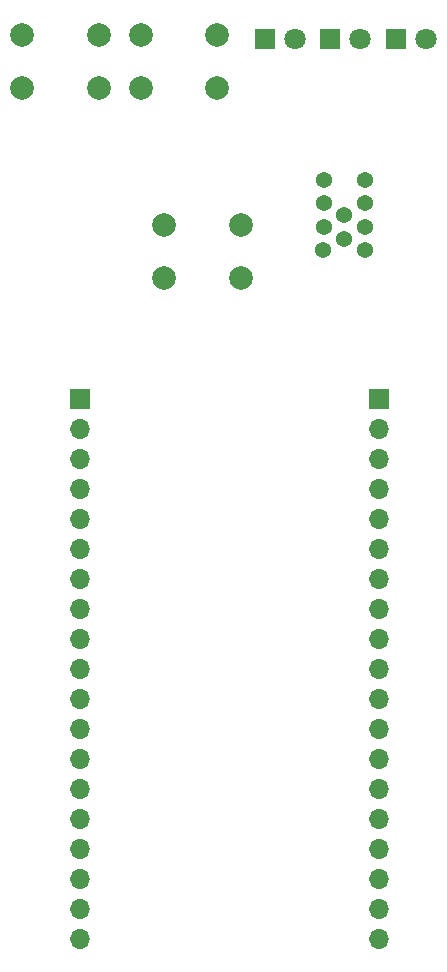
<source format=gbs>
G04 #@! TF.GenerationSoftware,KiCad,Pcbnew,(6.0.11)*
G04 #@! TF.CreationDate,2023-03-04T17:24:57+01:00*
G04 #@! TF.ProjectId,jig2,6a696732-2e6b-4696-9361-645f70636258,rev?*
G04 #@! TF.SameCoordinates,Original*
G04 #@! TF.FileFunction,Soldermask,Bot*
G04 #@! TF.FilePolarity,Negative*
%FSLAX46Y46*%
G04 Gerber Fmt 4.6, Leading zero omitted, Abs format (unit mm)*
G04 Created by KiCad (PCBNEW (6.0.11)) date 2023-03-04 17:24:57*
%MOMM*%
%LPD*%
G01*
G04 APERTURE LIST*
%ADD10C,2.000000*%
%ADD11R,1.700000X1.700000*%
%ADD12O,1.700000X1.700000*%
%ADD13R,1.800000X1.800000*%
%ADD14C,1.800000*%
%ADD15C,1.371600*%
G04 APERTURE END LIST*
D10*
X9250000Y-4765564D03*
X2750000Y-4765564D03*
X2750000Y-9265564D03*
X9250000Y-9265564D03*
D11*
X7620000Y-35560000D03*
D12*
X7620000Y-38100000D03*
X7620000Y-40640000D03*
X7620000Y-43180000D03*
X7620000Y-45720000D03*
X7620000Y-48260000D03*
X7620000Y-50800000D03*
X7620000Y-53340000D03*
X7620000Y-55880000D03*
X7620000Y-58420000D03*
X7620000Y-60960000D03*
X7620000Y-63500000D03*
X7620000Y-66040000D03*
X7620000Y-68580000D03*
X7620000Y-71120000D03*
X7620000Y-73660000D03*
X7620000Y-76200000D03*
X7620000Y-78740000D03*
X7620000Y-81280000D03*
D13*
X23290000Y-5080000D03*
D14*
X25830000Y-5080000D03*
D11*
X32975000Y-35570000D03*
D12*
X32975000Y-38110000D03*
X32975000Y-40650000D03*
X32975000Y-43190000D03*
X32975000Y-45730000D03*
X32975000Y-48270000D03*
X32975000Y-50810000D03*
X32975000Y-53350000D03*
X32975000Y-55890000D03*
X32975000Y-58430000D03*
X32975000Y-60970000D03*
X32975000Y-63510000D03*
X32975000Y-66050000D03*
X32975000Y-68590000D03*
X32975000Y-71130000D03*
X32975000Y-73670000D03*
X32975000Y-76210000D03*
X32975000Y-78750000D03*
X32975000Y-81290000D03*
D15*
X28256000Y-17005000D03*
X28256000Y-19005000D03*
X28256000Y-21005000D03*
X28206000Y-23005000D03*
X30006000Y-20005000D03*
X30006000Y-22005000D03*
X31756000Y-17005000D03*
X31756000Y-19005000D03*
X31756000Y-21005000D03*
X31756000Y-23005000D03*
D13*
X28830000Y-5080000D03*
D14*
X31370000Y-5080000D03*
D10*
X19250000Y-4765564D03*
X12750000Y-4765564D03*
X19250000Y-9265564D03*
X12750000Y-9265564D03*
D13*
X34370000Y-5080000D03*
D14*
X36910000Y-5080000D03*
D10*
X14750000Y-20820000D03*
X21250000Y-20820000D03*
X14750000Y-25320000D03*
X21250000Y-25320000D03*
M02*

</source>
